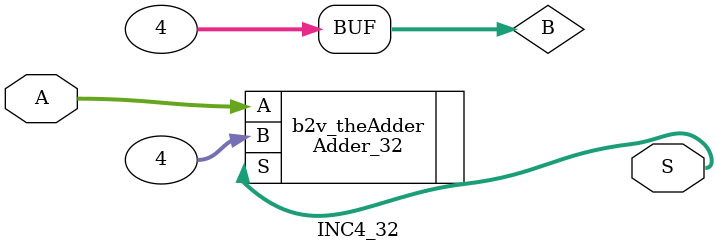
<source format=v>


module INC4_32(
	A,
	S
);


input wire	[31:0] A;
output wire	[31:0] S;

wire	[31:0] B;





































Adder_32	b2v_theAdder(
	.A(A),
	.B(B),
	.S(S));

assign	B[0] = 0;
assign	B[1] = 0;
assign	B[2] = 1;
assign	B[3] = 0;
assign	B[4] = 0;
assign	B[5] = 0;
assign	B[6] = 0;
assign	B[7] = 0;
assign	B[8] = 0;
assign	B[9] = 0;
assign	B[10] = 0;
assign	B[11] = 0;
assign	B[12] = 0;
assign	B[13] = 0;
assign	B[14] = 0;
assign	B[15] = 0;
assign	B[16] = 0;
assign	B[17] = 0;
assign	B[18] = 0;
assign	B[19] = 0;
assign	B[20] = 0;
assign	B[21] = 0;
assign	B[22] = 0;
assign	B[23] = 0;
assign	B[24] = 0;
assign	B[25] = 0;
assign	B[26] = 0;
assign	B[27] = 0;
assign	B[28] = 0;
assign	B[29] = 0;
assign	B[30] = 0;
assign	B[31] = 0;

endmodule

</source>
